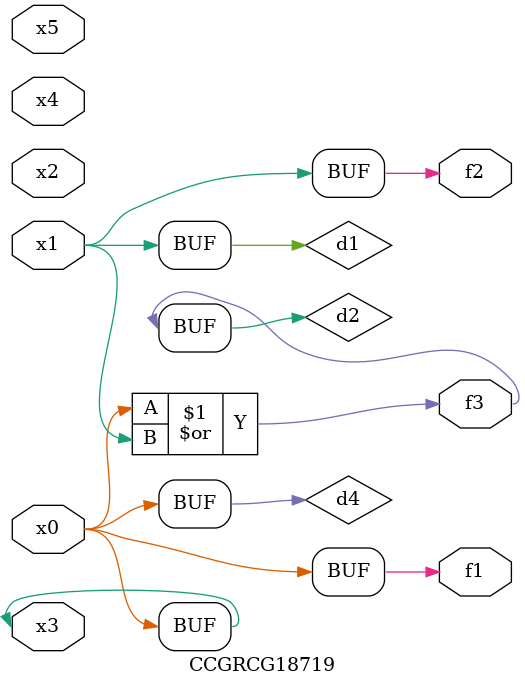
<source format=v>
module CCGRCG18719(
	input x0, x1, x2, x3, x4, x5,
	output f1, f2, f3
);

	wire d1, d2, d3, d4;

	and (d1, x1);
	or (d2, x0, x1);
	nand (d3, x0, x5);
	buf (d4, x0, x3);
	assign f1 = d4;
	assign f2 = d1;
	assign f3 = d2;
endmodule

</source>
